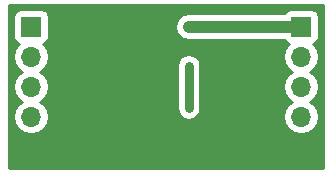
<source format=gbr>
G04 #@! TF.FileFunction,Copper,L2,Bot,Signal*
%FSLAX46Y46*%
G04 Gerber Fmt 4.6, Leading zero omitted, Abs format (unit mm)*
G04 Created by KiCad (PCBNEW 4.0.7) date Saturday, 05 May 2018 'PMt' 13:54:56*
%MOMM*%
%LPD*%
G01*
G04 APERTURE LIST*
%ADD10C,0.100000*%
%ADD11R,1.700000X1.700000*%
%ADD12O,1.700000X1.700000*%
%ADD13C,0.600000*%
%ADD14C,0.750000*%
%ADD15C,1.000000*%
%ADD16C,0.254000*%
G04 APERTURE END LIST*
D10*
D11*
X78740000Y-53340000D03*
D12*
X78740000Y-55880000D03*
X78740000Y-58420000D03*
X78740000Y-60960000D03*
X78740000Y-63500000D03*
D11*
X101600000Y-53340000D03*
D12*
X101600000Y-55880000D03*
X101600000Y-58420000D03*
X101600000Y-60960000D03*
X101600000Y-63500000D03*
D13*
X92075000Y-60198000D03*
X92075000Y-56642000D03*
X92075000Y-53340000D03*
X94996000Y-60960000D03*
X89535000Y-62992000D03*
X89535000Y-56642000D03*
X82232500Y-64008000D03*
X82232500Y-56388000D03*
D14*
X92075000Y-56642000D02*
X92075000Y-60198000D01*
D15*
X92075000Y-53340000D02*
X101600000Y-53340000D01*
D16*
G36*
X103430000Y-65330000D02*
X76910000Y-65330000D01*
X76910000Y-55880000D01*
X77225907Y-55880000D01*
X77338946Y-56448285D01*
X77660853Y-56930054D01*
X77990026Y-57150000D01*
X77660853Y-57369946D01*
X77338946Y-57851715D01*
X77225907Y-58420000D01*
X77338946Y-58988285D01*
X77660853Y-59470054D01*
X77990026Y-59690000D01*
X77660853Y-59909946D01*
X77338946Y-60391715D01*
X77225907Y-60960000D01*
X77338946Y-61528285D01*
X77660853Y-62010054D01*
X78142622Y-62331961D01*
X78710907Y-62445000D01*
X78769093Y-62445000D01*
X79337378Y-62331961D01*
X79819147Y-62010054D01*
X80141054Y-61528285D01*
X80254093Y-60960000D01*
X80141054Y-60391715D01*
X79819147Y-59909946D01*
X79489974Y-59690000D01*
X79819147Y-59470054D01*
X80141054Y-58988285D01*
X80254093Y-58420000D01*
X80141054Y-57851715D01*
X79819147Y-57369946D01*
X79489974Y-57150000D01*
X79819147Y-56930054D01*
X80011618Y-56642000D01*
X91065000Y-56642000D01*
X91065000Y-60198000D01*
X91141882Y-60584510D01*
X91360822Y-60912178D01*
X91688490Y-61131118D01*
X92075000Y-61208000D01*
X92461510Y-61131118D01*
X92789178Y-60912178D01*
X93008118Y-60584510D01*
X93085000Y-60198000D01*
X93085000Y-56642000D01*
X93008118Y-56255490D01*
X92789178Y-55927822D01*
X92461510Y-55708882D01*
X92075000Y-55632000D01*
X91688490Y-55708882D01*
X91360822Y-55927822D01*
X91141882Y-56255490D01*
X91065000Y-56642000D01*
X80011618Y-56642000D01*
X80141054Y-56448285D01*
X80254093Y-55880000D01*
X80141054Y-55311715D01*
X79819147Y-54829946D01*
X79777548Y-54802150D01*
X79825317Y-54793162D01*
X80041441Y-54654090D01*
X80186431Y-54441890D01*
X80237440Y-54190000D01*
X80237440Y-53340000D01*
X90940000Y-53340000D01*
X91026397Y-53774346D01*
X91272434Y-54142566D01*
X91640654Y-54388603D01*
X92075000Y-54475000D01*
X100178808Y-54475000D01*
X100285910Y-54641441D01*
X100498110Y-54786431D01*
X100565541Y-54800086D01*
X100520853Y-54829946D01*
X100198946Y-55311715D01*
X100085907Y-55880000D01*
X100198946Y-56448285D01*
X100520853Y-56930054D01*
X100850026Y-57150000D01*
X100520853Y-57369946D01*
X100198946Y-57851715D01*
X100085907Y-58420000D01*
X100198946Y-58988285D01*
X100520853Y-59470054D01*
X100850026Y-59690000D01*
X100520853Y-59909946D01*
X100198946Y-60391715D01*
X100085907Y-60960000D01*
X100198946Y-61528285D01*
X100520853Y-62010054D01*
X101002622Y-62331961D01*
X101570907Y-62445000D01*
X101629093Y-62445000D01*
X102197378Y-62331961D01*
X102679147Y-62010054D01*
X103001054Y-61528285D01*
X103114093Y-60960000D01*
X103001054Y-60391715D01*
X102679147Y-59909946D01*
X102349974Y-59690000D01*
X102679147Y-59470054D01*
X103001054Y-58988285D01*
X103114093Y-58420000D01*
X103001054Y-57851715D01*
X102679147Y-57369946D01*
X102349974Y-57150000D01*
X102679147Y-56930054D01*
X103001054Y-56448285D01*
X103114093Y-55880000D01*
X103001054Y-55311715D01*
X102679147Y-54829946D01*
X102637548Y-54802150D01*
X102685317Y-54793162D01*
X102901441Y-54654090D01*
X103046431Y-54441890D01*
X103097440Y-54190000D01*
X103097440Y-52490000D01*
X103053162Y-52254683D01*
X102914090Y-52038559D01*
X102701890Y-51893569D01*
X102450000Y-51842560D01*
X100750000Y-51842560D01*
X100514683Y-51886838D01*
X100298559Y-52025910D01*
X100176192Y-52205000D01*
X92075000Y-52205000D01*
X91640654Y-52291397D01*
X91272434Y-52537434D01*
X91026397Y-52905654D01*
X90940000Y-53340000D01*
X80237440Y-53340000D01*
X80237440Y-52490000D01*
X80193162Y-52254683D01*
X80054090Y-52038559D01*
X79841890Y-51893569D01*
X79590000Y-51842560D01*
X77890000Y-51842560D01*
X77654683Y-51886838D01*
X77438559Y-52025910D01*
X77293569Y-52238110D01*
X77242560Y-52490000D01*
X77242560Y-54190000D01*
X77286838Y-54425317D01*
X77425910Y-54641441D01*
X77638110Y-54786431D01*
X77705541Y-54800086D01*
X77660853Y-54829946D01*
X77338946Y-55311715D01*
X77225907Y-55880000D01*
X76910000Y-55880000D01*
X76910000Y-51510000D01*
X103430000Y-51510000D01*
X103430000Y-65330000D01*
X103430000Y-65330000D01*
G37*
X103430000Y-65330000D02*
X76910000Y-65330000D01*
X76910000Y-55880000D01*
X77225907Y-55880000D01*
X77338946Y-56448285D01*
X77660853Y-56930054D01*
X77990026Y-57150000D01*
X77660853Y-57369946D01*
X77338946Y-57851715D01*
X77225907Y-58420000D01*
X77338946Y-58988285D01*
X77660853Y-59470054D01*
X77990026Y-59690000D01*
X77660853Y-59909946D01*
X77338946Y-60391715D01*
X77225907Y-60960000D01*
X77338946Y-61528285D01*
X77660853Y-62010054D01*
X78142622Y-62331961D01*
X78710907Y-62445000D01*
X78769093Y-62445000D01*
X79337378Y-62331961D01*
X79819147Y-62010054D01*
X80141054Y-61528285D01*
X80254093Y-60960000D01*
X80141054Y-60391715D01*
X79819147Y-59909946D01*
X79489974Y-59690000D01*
X79819147Y-59470054D01*
X80141054Y-58988285D01*
X80254093Y-58420000D01*
X80141054Y-57851715D01*
X79819147Y-57369946D01*
X79489974Y-57150000D01*
X79819147Y-56930054D01*
X80011618Y-56642000D01*
X91065000Y-56642000D01*
X91065000Y-60198000D01*
X91141882Y-60584510D01*
X91360822Y-60912178D01*
X91688490Y-61131118D01*
X92075000Y-61208000D01*
X92461510Y-61131118D01*
X92789178Y-60912178D01*
X93008118Y-60584510D01*
X93085000Y-60198000D01*
X93085000Y-56642000D01*
X93008118Y-56255490D01*
X92789178Y-55927822D01*
X92461510Y-55708882D01*
X92075000Y-55632000D01*
X91688490Y-55708882D01*
X91360822Y-55927822D01*
X91141882Y-56255490D01*
X91065000Y-56642000D01*
X80011618Y-56642000D01*
X80141054Y-56448285D01*
X80254093Y-55880000D01*
X80141054Y-55311715D01*
X79819147Y-54829946D01*
X79777548Y-54802150D01*
X79825317Y-54793162D01*
X80041441Y-54654090D01*
X80186431Y-54441890D01*
X80237440Y-54190000D01*
X80237440Y-53340000D01*
X90940000Y-53340000D01*
X91026397Y-53774346D01*
X91272434Y-54142566D01*
X91640654Y-54388603D01*
X92075000Y-54475000D01*
X100178808Y-54475000D01*
X100285910Y-54641441D01*
X100498110Y-54786431D01*
X100565541Y-54800086D01*
X100520853Y-54829946D01*
X100198946Y-55311715D01*
X100085907Y-55880000D01*
X100198946Y-56448285D01*
X100520853Y-56930054D01*
X100850026Y-57150000D01*
X100520853Y-57369946D01*
X100198946Y-57851715D01*
X100085907Y-58420000D01*
X100198946Y-58988285D01*
X100520853Y-59470054D01*
X100850026Y-59690000D01*
X100520853Y-59909946D01*
X100198946Y-60391715D01*
X100085907Y-60960000D01*
X100198946Y-61528285D01*
X100520853Y-62010054D01*
X101002622Y-62331961D01*
X101570907Y-62445000D01*
X101629093Y-62445000D01*
X102197378Y-62331961D01*
X102679147Y-62010054D01*
X103001054Y-61528285D01*
X103114093Y-60960000D01*
X103001054Y-60391715D01*
X102679147Y-59909946D01*
X102349974Y-59690000D01*
X102679147Y-59470054D01*
X103001054Y-58988285D01*
X103114093Y-58420000D01*
X103001054Y-57851715D01*
X102679147Y-57369946D01*
X102349974Y-57150000D01*
X102679147Y-56930054D01*
X103001054Y-56448285D01*
X103114093Y-55880000D01*
X103001054Y-55311715D01*
X102679147Y-54829946D01*
X102637548Y-54802150D01*
X102685317Y-54793162D01*
X102901441Y-54654090D01*
X103046431Y-54441890D01*
X103097440Y-54190000D01*
X103097440Y-52490000D01*
X103053162Y-52254683D01*
X102914090Y-52038559D01*
X102701890Y-51893569D01*
X102450000Y-51842560D01*
X100750000Y-51842560D01*
X100514683Y-51886838D01*
X100298559Y-52025910D01*
X100176192Y-52205000D01*
X92075000Y-52205000D01*
X91640654Y-52291397D01*
X91272434Y-52537434D01*
X91026397Y-52905654D01*
X90940000Y-53340000D01*
X80237440Y-53340000D01*
X80237440Y-52490000D01*
X80193162Y-52254683D01*
X80054090Y-52038559D01*
X79841890Y-51893569D01*
X79590000Y-51842560D01*
X77890000Y-51842560D01*
X77654683Y-51886838D01*
X77438559Y-52025910D01*
X77293569Y-52238110D01*
X77242560Y-52490000D01*
X77242560Y-54190000D01*
X77286838Y-54425317D01*
X77425910Y-54641441D01*
X77638110Y-54786431D01*
X77705541Y-54800086D01*
X77660853Y-54829946D01*
X77338946Y-55311715D01*
X77225907Y-55880000D01*
X76910000Y-55880000D01*
X76910000Y-51510000D01*
X103430000Y-51510000D01*
X103430000Y-65330000D01*
M02*

</source>
